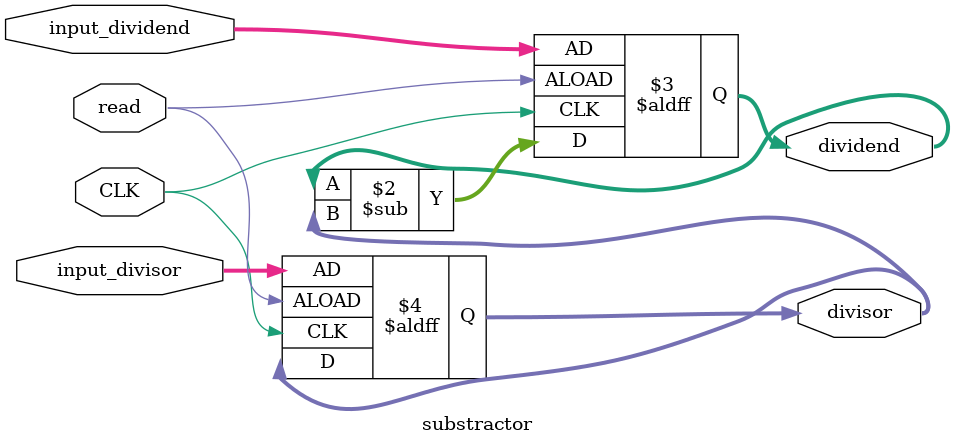
<source format=v>
`timescale 1ns / 1ps


module substractor(CLK, read, input_dividend, input_divisor, dividend, divisor);
    input CLK, read; //CLK substracts
                     //read reads the values from the switches
    input [3:0] input_dividend, input_divisor; //these are the switches' values
    output reg [3:0] dividend, divisor; //these are the stored values
    
    always @(posedge CLK, posedge read) 
    begin
        if(read)
        begin
            dividend = input_dividend;
            divisor = input_divisor;
        end
        else dividend = dividend - divisor;
    end
endmodule

</source>
